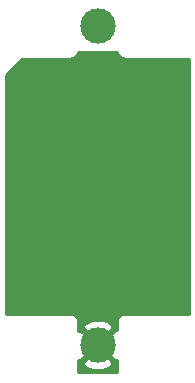
<source format=gbr>
%TF.GenerationSoftware,KiCad,Pcbnew,(5.1.8)-1*%
%TF.CreationDate,2021-08-27T22:01:00+02:00*%
%TF.ProjectId,powerpack_o,706f7765-7270-4616-936b-5f6f2e6b6963,rev?*%
%TF.SameCoordinates,Original*%
%TF.FileFunction,Copper,L2,Bot*%
%TF.FilePolarity,Positive*%
%FSLAX46Y46*%
G04 Gerber Fmt 4.6, Leading zero omitted, Abs format (unit mm)*
G04 Created by KiCad (PCBNEW (5.1.8)-1) date 2021-08-27 22:01:00*
%MOMM*%
%LPD*%
G01*
G04 APERTURE LIST*
%TA.AperFunction,ComponentPad*%
%ADD10C,3.000000*%
%TD*%
%TA.AperFunction,ViaPad*%
%ADD11C,0.800000*%
%TD*%
%TA.AperFunction,Conductor*%
%ADD12C,0.254000*%
%TD*%
%TA.AperFunction,Conductor*%
%ADD13C,0.100000*%
%TD*%
G04 APERTURE END LIST*
D10*
%TO.P,J2.1,1*%
%TO.N,+3V3*%
X174942500Y-21907500D03*
%TD*%
%TO.P,J2.2,1*%
%TO.N,GND*%
X174942500Y-48895000D03*
%TD*%
D11*
%TO.N,GND*%
X171010000Y-45190000D03*
X168000000Y-39500000D03*
X168650000Y-33420000D03*
X168680000Y-26610000D03*
X178300000Y-25160000D03*
%TD*%
D12*
%TO.N,GND*%
X176541463Y-24088958D02*
X176579881Y-24215606D01*
X176643488Y-24334607D01*
X176729089Y-24438911D01*
X176833393Y-24524512D01*
X176952394Y-24588119D01*
X177081517Y-24627288D01*
X177215800Y-24640514D01*
X177249447Y-24637200D01*
X182703001Y-24637200D01*
X182703000Y-46254200D01*
X177249447Y-46254200D01*
X177215800Y-46250886D01*
X177182153Y-46254200D01*
X177081517Y-46264112D01*
X176952394Y-46303281D01*
X176833393Y-46366888D01*
X176729089Y-46452489D01*
X176643488Y-46556793D01*
X176579881Y-46675794D01*
X176540712Y-46804917D01*
X176527486Y-46939200D01*
X176530801Y-46972857D01*
X176530801Y-47630734D01*
X176434153Y-47582952D01*
X175122105Y-48895000D01*
X176434153Y-50207048D01*
X176530800Y-50159267D01*
X176530800Y-51207200D01*
X173278000Y-51207200D01*
X173278000Y-50386653D01*
X173630452Y-50386653D01*
X173786462Y-50702214D01*
X174161245Y-50893020D01*
X174566051Y-51007044D01*
X174985324Y-51039902D01*
X175402951Y-50990334D01*
X175802883Y-50860243D01*
X176098538Y-50702214D01*
X176254548Y-50386653D01*
X174942500Y-49074605D01*
X173630452Y-50386653D01*
X173278000Y-50386653D01*
X173278000Y-50121594D01*
X173450847Y-50207048D01*
X174762895Y-48895000D01*
X173450847Y-47582952D01*
X173278000Y-47668406D01*
X173278000Y-47403347D01*
X173630452Y-47403347D01*
X174942500Y-48715395D01*
X176254548Y-47403347D01*
X176098538Y-47087786D01*
X175723755Y-46896980D01*
X175318949Y-46782956D01*
X174899676Y-46750098D01*
X174482049Y-46799666D01*
X174082117Y-46929757D01*
X173786462Y-47087786D01*
X173630452Y-47403347D01*
X173278000Y-47403347D01*
X173278000Y-46972846D01*
X173281314Y-46939200D01*
X173268088Y-46804917D01*
X173228919Y-46675794D01*
X173165312Y-46556793D01*
X173079711Y-46452489D01*
X172975407Y-46366888D01*
X172856406Y-46303281D01*
X172727283Y-46264112D01*
X172626647Y-46254200D01*
X172593000Y-46250886D01*
X172559353Y-46254200D01*
X167182000Y-46254200D01*
X167182000Y-25991427D01*
X168555853Y-24637200D01*
X172584753Y-24637200D01*
X172618400Y-24640514D01*
X172752683Y-24627288D01*
X172881806Y-24588119D01*
X173000807Y-24524512D01*
X173105111Y-24438911D01*
X173190712Y-24334607D01*
X173254319Y-24215606D01*
X173293488Y-24086483D01*
X173293618Y-24085165D01*
X176541463Y-24088958D01*
%TA.AperFunction,Conductor*%
D13*
G36*
X176541463Y-24088958D02*
G01*
X176579881Y-24215606D01*
X176643488Y-24334607D01*
X176729089Y-24438911D01*
X176833393Y-24524512D01*
X176952394Y-24588119D01*
X177081517Y-24627288D01*
X177215800Y-24640514D01*
X177249447Y-24637200D01*
X182703001Y-24637200D01*
X182703000Y-46254200D01*
X177249447Y-46254200D01*
X177215800Y-46250886D01*
X177182153Y-46254200D01*
X177081517Y-46264112D01*
X176952394Y-46303281D01*
X176833393Y-46366888D01*
X176729089Y-46452489D01*
X176643488Y-46556793D01*
X176579881Y-46675794D01*
X176540712Y-46804917D01*
X176527486Y-46939200D01*
X176530801Y-46972857D01*
X176530801Y-47630734D01*
X176434153Y-47582952D01*
X175122105Y-48895000D01*
X176434153Y-50207048D01*
X176530800Y-50159267D01*
X176530800Y-51207200D01*
X173278000Y-51207200D01*
X173278000Y-50386653D01*
X173630452Y-50386653D01*
X173786462Y-50702214D01*
X174161245Y-50893020D01*
X174566051Y-51007044D01*
X174985324Y-51039902D01*
X175402951Y-50990334D01*
X175802883Y-50860243D01*
X176098538Y-50702214D01*
X176254548Y-50386653D01*
X174942500Y-49074605D01*
X173630452Y-50386653D01*
X173278000Y-50386653D01*
X173278000Y-50121594D01*
X173450847Y-50207048D01*
X174762895Y-48895000D01*
X173450847Y-47582952D01*
X173278000Y-47668406D01*
X173278000Y-47403347D01*
X173630452Y-47403347D01*
X174942500Y-48715395D01*
X176254548Y-47403347D01*
X176098538Y-47087786D01*
X175723755Y-46896980D01*
X175318949Y-46782956D01*
X174899676Y-46750098D01*
X174482049Y-46799666D01*
X174082117Y-46929757D01*
X173786462Y-47087786D01*
X173630452Y-47403347D01*
X173278000Y-47403347D01*
X173278000Y-46972846D01*
X173281314Y-46939200D01*
X173268088Y-46804917D01*
X173228919Y-46675794D01*
X173165312Y-46556793D01*
X173079711Y-46452489D01*
X172975407Y-46366888D01*
X172856406Y-46303281D01*
X172727283Y-46264112D01*
X172626647Y-46254200D01*
X172593000Y-46250886D01*
X172559353Y-46254200D01*
X167182000Y-46254200D01*
X167182000Y-25991427D01*
X168555853Y-24637200D01*
X172584753Y-24637200D01*
X172618400Y-24640514D01*
X172752683Y-24627288D01*
X172881806Y-24588119D01*
X173000807Y-24524512D01*
X173105111Y-24438911D01*
X173190712Y-24334607D01*
X173254319Y-24215606D01*
X173293488Y-24086483D01*
X173293618Y-24085165D01*
X176541463Y-24088958D01*
G37*
%TD.AperFunction*%
%TD*%
M02*

</source>
